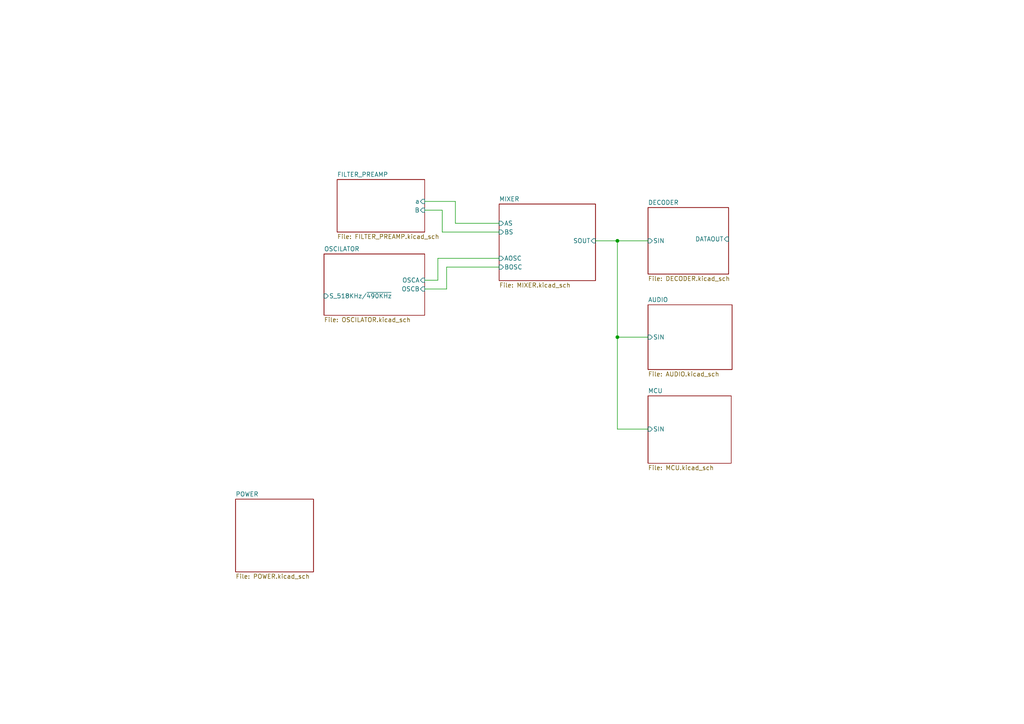
<source format=kicad_sch>
(kicad_sch
	(version 20250114)
	(generator "eeschema")
	(generator_version "9.0")
	(uuid "931102b1-6eb4-4ff2-8c34-bdb89f5a8e9e")
	(paper "A4")
	(lib_symbols)
	(junction
		(at 179.07 69.85)
		(diameter 0)
		(color 0 0 0 0)
		(uuid "78edaef9-cd15-46ec-89a4-fc9db57c42a2")
	)
	(junction
		(at 179.07 97.79)
		(diameter 0)
		(color 0 0 0 0)
		(uuid "8c441d6c-4b8c-411d-9cc8-d10bcbf09030")
	)
	(wire
		(pts
			(xy 144.78 64.77) (xy 132.08 64.77)
		)
		(stroke
			(width 0)
			(type default)
		)
		(uuid "1310d444-b3b4-4dbd-be22-8a77ca0de468")
	)
	(wire
		(pts
			(xy 179.07 97.79) (xy 179.07 69.85)
		)
		(stroke
			(width 0)
			(type default)
		)
		(uuid "1f7f78e1-470a-41a1-adbf-0eb3f73135de")
	)
	(wire
		(pts
			(xy 179.07 69.85) (xy 187.96 69.85)
		)
		(stroke
			(width 0)
			(type default)
		)
		(uuid "256c946f-a608-4cd6-8a80-9bfce4b6ba19")
	)
	(wire
		(pts
			(xy 132.08 64.77) (xy 132.08 58.42)
		)
		(stroke
			(width 0)
			(type default)
		)
		(uuid "4b63e4a7-35f7-4b27-8e28-f1e59bdca434")
	)
	(wire
		(pts
			(xy 144.78 67.31) (xy 128.27 67.31)
		)
		(stroke
			(width 0)
			(type default)
		)
		(uuid "4b82845e-a287-4272-b95f-40b687c9656d")
	)
	(wire
		(pts
			(xy 128.27 60.96) (xy 123.19 60.96)
		)
		(stroke
			(width 0)
			(type default)
		)
		(uuid "52359961-dc1b-425e-bc3f-808dad23de13")
	)
	(wire
		(pts
			(xy 129.54 77.47) (xy 129.54 83.82)
		)
		(stroke
			(width 0)
			(type default)
		)
		(uuid "56f593d9-7fb9-405b-84a8-6e4df1f49c6b")
	)
	(wire
		(pts
			(xy 127 74.93) (xy 144.78 74.93)
		)
		(stroke
			(width 0)
			(type default)
		)
		(uuid "5dfbe206-c28d-4b32-b29f-1e399ef36c17")
	)
	(wire
		(pts
			(xy 172.72 69.85) (xy 179.07 69.85)
		)
		(stroke
			(width 0)
			(type default)
		)
		(uuid "6ec8e358-908a-45e0-9c9c-6b1057408a98")
	)
	(wire
		(pts
			(xy 187.96 97.79) (xy 179.07 97.79)
		)
		(stroke
			(width 0)
			(type default)
		)
		(uuid "773da5bd-bc03-4863-a6d3-49828923c234")
	)
	(wire
		(pts
			(xy 129.54 83.82) (xy 123.19 83.82)
		)
		(stroke
			(width 0)
			(type default)
		)
		(uuid "7994bdca-2963-4da5-b3df-a2b99ec92828")
	)
	(wire
		(pts
			(xy 187.96 124.46) (xy 179.07 124.46)
		)
		(stroke
			(width 0)
			(type default)
		)
		(uuid "8566cf22-2dbd-4e39-a423-2e62e5d9fcbb")
	)
	(wire
		(pts
			(xy 127 81.28) (xy 127 74.93)
		)
		(stroke
			(width 0)
			(type default)
		)
		(uuid "89d45aea-8ed1-4923-a1f0-592ddd15feb4")
	)
	(wire
		(pts
			(xy 144.78 77.47) (xy 129.54 77.47)
		)
		(stroke
			(width 0)
			(type default)
		)
		(uuid "908570aa-8639-458d-b8f9-460ac56281e6")
	)
	(wire
		(pts
			(xy 132.08 58.42) (xy 123.19 58.42)
		)
		(stroke
			(width 0)
			(type default)
		)
		(uuid "a9ba9ba3-6fd9-4f6f-9d75-688beeb6dabb")
	)
	(wire
		(pts
			(xy 179.07 124.46) (xy 179.07 97.79)
		)
		(stroke
			(width 0)
			(type default)
		)
		(uuid "b6298439-7323-4074-9e7e-39e9021ced2d")
	)
	(wire
		(pts
			(xy 128.27 67.31) (xy 128.27 60.96)
		)
		(stroke
			(width 0)
			(type default)
		)
		(uuid "ca3809e7-0ce1-4176-9463-b67e4e66b075")
	)
	(wire
		(pts
			(xy 123.19 81.28) (xy 127 81.28)
		)
		(stroke
			(width 0)
			(type default)
		)
		(uuid "ffc703ea-c161-4106-a85d-d6519d696cc0")
	)
	(sheet
		(at 187.96 114.808)
		(size 24.13 19.558)
		(exclude_from_sim no)
		(in_bom yes)
		(on_board yes)
		(dnp no)
		(fields_autoplaced yes)
		(stroke
			(width 0.1524)
			(type solid)
		)
		(fill
			(color 0 0 0 0.0000)
		)
		(uuid "27e20044-1880-443b-84ee-363e99a25336")
		(property "Sheetname" "MCU"
			(at 187.96 114.0964 0)
			(effects
				(font
					(size 1.27 1.27)
				)
				(justify left bottom)
			)
		)
		(property "Sheetfile" "MCU.kicad_sch"
			(at 187.96 134.9506 0)
			(effects
				(font
					(size 1.27 1.27)
				)
				(justify left top)
			)
		)
		(pin "SIN" input
			(at 187.96 124.46 180)
			(uuid "c247dd28-b43f-4689-9afa-16645f68ab08")
			(effects
				(font
					(size 1.27 1.27)
				)
				(justify left)
			)
		)
		(instances
			(project "navtex V3"
				(path "/ef33ebcb-d96f-402e-973d-e497fc32fa48/983d7b1c-955c-4a53-aae5-2986b2bf7fd6"
					(page "8")
				)
			)
		)
	)
	(sheet
		(at 68.326 144.78)
		(size 22.606 21.082)
		(exclude_from_sim no)
		(in_bom yes)
		(on_board yes)
		(dnp no)
		(fields_autoplaced yes)
		(stroke
			(width 0.1524)
			(type solid)
		)
		(fill
			(color 0 0 0 0.0000)
		)
		(uuid "2f142da7-399b-4a21-a3f5-d13f6ad1ce88")
		(property "Sheetname" "POWER"
			(at 68.326 144.0684 0)
			(effects
				(font
					(size 1.27 1.27)
				)
				(justify left bottom)
			)
		)
		(property "Sheetfile" "POWER.kicad_sch"
			(at 68.326 166.4466 0)
			(effects
				(font
					(size 1.27 1.27)
				)
				(justify left top)
			)
		)
		(instances
			(project "navtex V3"
				(path "/ef33ebcb-d96f-402e-973d-e497fc32fa48/983d7b1c-955c-4a53-aae5-2986b2bf7fd6"
					(page "9")
				)
			)
		)
	)
	(sheet
		(at 187.96 60.198)
		(size 23.368 19.304)
		(exclude_from_sim no)
		(in_bom yes)
		(on_board yes)
		(dnp no)
		(fields_autoplaced yes)
		(stroke
			(width 0.1524)
			(type solid)
		)
		(fill
			(color 0 0 0 0.0000)
		)
		(uuid "4f6ceea2-dedf-4a64-92c7-fe0542567200")
		(property "Sheetname" "DECODER"
			(at 187.96 59.4864 0)
			(effects
				(font
					(size 1.27 1.27)
				)
				(justify left bottom)
			)
		)
		(property "Sheetfile" "DECODER.kicad_sch"
			(at 187.96 80.0866 0)
			(effects
				(font
					(size 1.27 1.27)
				)
				(justify left top)
			)
		)
		(pin "DATAOUT" input
			(at 211.328 69.342 0)
			(uuid "d1ed6429-468e-4e80-9341-5797d975b435")
			(effects
				(font
					(size 1.27 1.27)
				)
				(justify right)
			)
		)
		(pin "SIN" input
			(at 187.96 69.85 180)
			(uuid "fbe871bf-1edc-4354-99f8-891a7446997c")
			(effects
				(font
					(size 1.27 1.27)
				)
				(justify left)
			)
		)
		(instances
			(project "navtex V3"
				(path "/ef33ebcb-d96f-402e-973d-e497fc32fa48/983d7b1c-955c-4a53-aae5-2986b2bf7fd6"
					(page "6")
				)
			)
		)
	)
	(sheet
		(at 93.98 73.66)
		(size 29.21 17.78)
		(exclude_from_sim no)
		(in_bom yes)
		(on_board yes)
		(dnp no)
		(fields_autoplaced yes)
		(stroke
			(width 0.1524)
			(type solid)
		)
		(fill
			(color 0 0 0 0.0000)
		)
		(uuid "557fc46d-f024-401f-99ef-e7d0e5b09e70")
		(property "Sheetname" "OSCILATOR"
			(at 93.98 72.9484 0)
			(effects
				(font
					(size 1.27 1.27)
				)
				(justify left bottom)
			)
		)
		(property "Sheetfile" "OSCILATOR.kicad_sch"
			(at 93.98 92.0246 0)
			(effects
				(font
					(size 1.27 1.27)
				)
				(justify left top)
			)
		)
		(pin "S_518KHz{slash}~{490KHz}" input
			(at 93.98 85.852 180)
			(uuid "e2d03b73-a70b-4dc8-a930-e16f17a5eb3b")
			(effects
				(font
					(size 1.27 1.27)
				)
				(justify left)
			)
		)
		(pin "OSCA" input
			(at 123.19 81.28 0)
			(uuid "04eec89d-ceaa-4e27-876d-3248846d7d1d")
			(effects
				(font
					(size 1.27 1.27)
				)
				(justify right)
			)
		)
		(pin "OSCB" input
			(at 123.19 83.82 0)
			(uuid "a915fc48-c403-497b-a372-c6b0344eb7c3")
			(effects
				(font
					(size 1.27 1.27)
				)
				(justify right)
			)
		)
		(instances
			(project "navtex V3"
				(path "/ef33ebcb-d96f-402e-973d-e497fc32fa48/983d7b1c-955c-4a53-aae5-2986b2bf7fd6"
					(page "4")
				)
			)
		)
	)
	(sheet
		(at 144.78 59.182)
		(size 27.94 22.225)
		(exclude_from_sim no)
		(in_bom yes)
		(on_board yes)
		(dnp no)
		(fields_autoplaced yes)
		(stroke
			(width 0.1524)
			(type solid)
		)
		(fill
			(color 0 0 0 0.0000)
		)
		(uuid "6bb4f925-9016-4793-a0e8-e6ab6dde989e")
		(property "Sheetname" "MIXER"
			(at 144.78 58.4704 0)
			(effects
				(font
					(size 1.27 1.27)
				)
				(justify left bottom)
			)
		)
		(property "Sheetfile" "MIXER.kicad_sch"
			(at 144.78 81.9916 0)
			(effects
				(font
					(size 1.27 1.27)
				)
				(justify left top)
			)
		)
		(pin "AOSC" input
			(at 144.78 74.93 180)
			(uuid "a8f25935-4714-4202-9544-7aded23ae809")
			(effects
				(font
					(size 1.27 1.27)
				)
				(justify left)
			)
		)
		(pin "AS" input
			(at 144.78 64.77 180)
			(uuid "20d7b81a-90ba-4020-8894-538bf621f4cc")
			(effects
				(font
					(size 1.27 1.27)
				)
				(justify left)
			)
		)
		(pin "BOSC" input
			(at 144.78 77.47 180)
			(uuid "13528f51-80ef-4270-afa6-c31ea82e9db6")
			(effects
				(font
					(size 1.27 1.27)
				)
				(justify left)
			)
		)
		(pin "BS" input
			(at 144.78 67.31 180)
			(uuid "114274b0-aa55-4703-9aee-e865985f67be")
			(effects
				(font
					(size 1.27 1.27)
				)
				(justify left)
			)
		)
		(pin "SOUT" input
			(at 172.72 69.85 0)
			(uuid "4288d31f-4088-469f-82a3-fb0a2ffa1431")
			(effects
				(font
					(size 1.27 1.27)
				)
				(justify right)
			)
		)
		(instances
			(project "navtex V3"
				(path "/ef33ebcb-d96f-402e-973d-e497fc32fa48/983d7b1c-955c-4a53-aae5-2986b2bf7fd6"
					(page "5")
				)
			)
		)
	)
	(sheet
		(at 187.96 88.392)
		(size 24.384 18.796)
		(exclude_from_sim no)
		(in_bom yes)
		(on_board yes)
		(dnp no)
		(fields_autoplaced yes)
		(stroke
			(width 0.1524)
			(type solid)
		)
		(fill
			(color 0 0 0 0.0000)
		)
		(uuid "d5551831-ab95-47e8-975c-27f8c108809a")
		(property "Sheetname" "AUDIO"
			(at 187.96 87.6804 0)
			(effects
				(font
					(size 1.27 1.27)
				)
				(justify left bottom)
			)
		)
		(property "Sheetfile" "AUDIO.kicad_sch"
			(at 187.96 107.7726 0)
			(effects
				(font
					(size 1.27 1.27)
				)
				(justify left top)
			)
		)
		(pin "SIN" input
			(at 187.96 97.79 180)
			(uuid "00ce02aa-68cc-40d0-bff4-ae2d026a84de")
			(effects
				(font
					(size 1.27 1.27)
				)
				(justify left)
			)
		)
		(instances
			(project "navtex V3"
				(path "/ef33ebcb-d96f-402e-973d-e497fc32fa48/983d7b1c-955c-4a53-aae5-2986b2bf7fd6"
					(page "7")
				)
			)
		)
	)
	(sheet
		(at 97.79 52.07)
		(size 25.4 15.24)
		(exclude_from_sim no)
		(in_bom yes)
		(on_board yes)
		(dnp no)
		(fields_autoplaced yes)
		(stroke
			(width 0.1524)
			(type solid)
		)
		(fill
			(color 0 0 0 0.0000)
		)
		(uuid "faf48ee3-9930-4e51-b7b4-1d0ffcc84299")
		(property "Sheetname" "FILTER_PREAMP"
			(at 97.79 51.3584 0)
			(effects
				(font
					(size 1.27 1.27)
				)
				(justify left bottom)
			)
		)
		(property "Sheetfile" "FILTER_PREAMP.kicad_sch"
			(at 97.79 67.8946 0)
			(effects
				(font
					(size 1.27 1.27)
				)
				(justify left top)
			)
		)
		(pin "a" input
			(at 123.19 58.42 0)
			(uuid "31ed70ac-7b97-4c27-8ac4-23937b07b413")
			(effects
				(font
					(size 1.27 1.27)
				)
				(justify right)
			)
		)
		(pin "B" input
			(at 123.19 60.96 0)
			(uuid "bf398685-5701-4852-a07c-7a7c850db355")
			(effects
				(font
					(size 1.27 1.27)
				)
				(justify right)
			)
		)
		(instances
			(project "navtex V3"
				(path "/ef33ebcb-d96f-402e-973d-e497fc32fa48/983d7b1c-955c-4a53-aae5-2986b2bf7fd6"
					(page "3")
				)
			)
		)
	)
)

</source>
